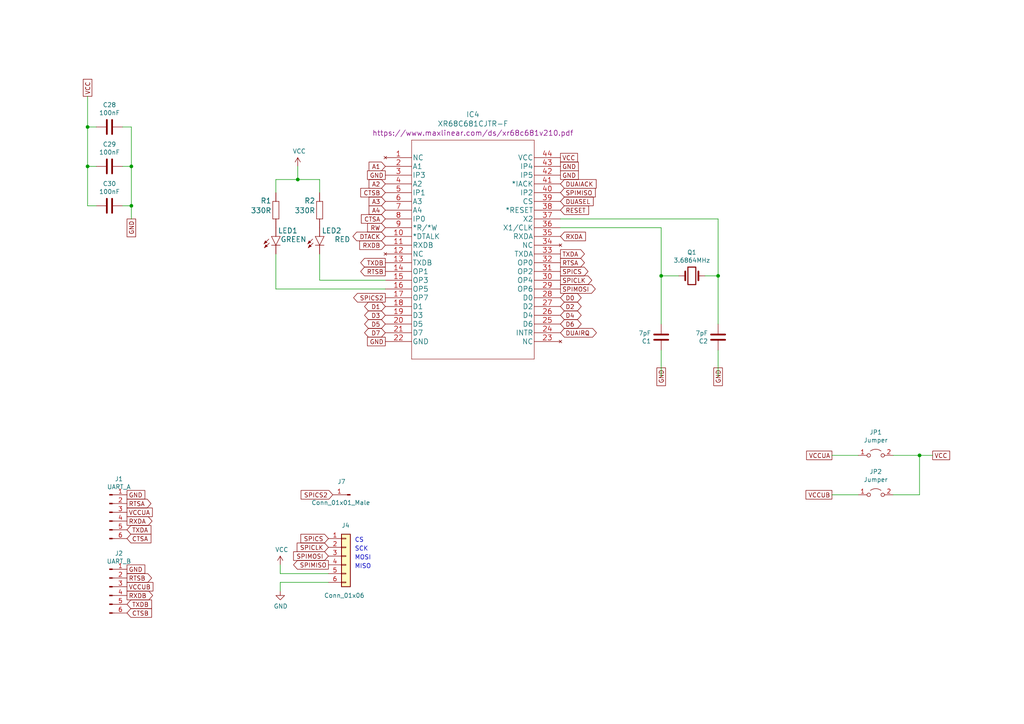
<source format=kicad_sch>
(kicad_sch (version 20230121) (generator eeschema)
  (paper "A4")
  (title_block (title "ROSCO_M68K CLASSIC MC68020 EDITION") (date "2024-03-17") (rev "1.0") (company "The Really Old-School Company Limited") (comment 1 "OSHWA UK000006 (https://certification.oshwa.org/uk000006.html)") (comment 2 "See https://github.com/roscopeco/rosco_m68k/blob/master/LICENCE.hardware.txt") (comment 3 "Open Source Hardware licenced under CERN Open Hardware Licence") (comment 4 "Copyright 2019-2023 Ross Bamford and Contributors"))
  (lib_symbols
    (symbol "Connector:Conn_01x01_Pin" (pin_names (offset 1.016) hide)
      (property "Reference" "J" (at 0 2.54 0))
      (property "Value" "Conn_01x01_Pin" (at 0 -2.54 0))
      (symbol "Conn_01x01_Pin_1_1"
        (polyline (pts (xy 1.27 0) (xy 0.8636 0)) (stroke (width 0.1524)))
        (rectangle (start 0.8636 0.127) (end 0 -0.127) (stroke (width 0.1524)) (fill (type outline)))
        (pin passive line (at 5.08 0 180) (length 3.81) (name "Pin_1") (number "1"))
      )
    )
    (symbol "Connector:Conn_01x06_Pin" (pin_names (offset 1.016) hide)
      (property "Reference" "J" (at 0 7.62 0))
      (property "Value" "Conn_01x06_Pin" (at 0 -10.16 0))
      (symbol "Conn_01x06_Pin_1_1"
        (polyline (pts (xy 1.27 -7.62) (xy 0.8636 -7.62)) (stroke (width 0.1524)))
        (polyline (pts (xy 1.27 -5.08) (xy 0.8636 -5.08)) (stroke (width 0.1524)))
        (polyline (pts (xy 1.27 -2.54) (xy 0.8636 -2.54)) (stroke (width 0.1524)))
        (polyline (pts (xy 1.27 0) (xy 0.8636 0)) (stroke (width 0.1524)))
        (polyline (pts (xy 1.27 2.54) (xy 0.8636 2.54)) (stroke (width 0.1524)))
        (polyline (pts (xy 1.27 5.08) (xy 0.8636 5.08)) (stroke (width 0.1524)))
        (rectangle (start 0.8636 -7.493) (end 0 -7.747) (stroke (width 0.1524)) (fill (type outline)))
        (rectangle (start 0.8636 -4.953) (end 0 -5.207) (stroke (width 0.1524)) (fill (type outline)))
        (rectangle (start 0.8636 -2.413) (end 0 -2.667) (stroke (width 0.1524)) (fill (type outline)))
        (rectangle (start 0.8636 0.127) (end 0 -0.127) (stroke (width 0.1524)) (fill (type outline)))
        (rectangle (start 0.8636 2.667) (end 0 2.413) (stroke (width 0.1524)) (fill (type outline)))
        (rectangle (start 0.8636 5.207) (end 0 4.953) (stroke (width 0.1524)) (fill (type outline)))
        (pin passive line (at 5.08 5.08 180) (length 3.81) (name "Pin_1") (number "1"))
        (pin passive line (at 5.08 2.54 180) (length 3.81) (name "Pin_2") (number "2"))
        (pin passive line (at 5.08 0 180) (length 3.81) (name "Pin_3") (number "3"))
        (pin passive line (at 5.08 -2.54 180) (length 3.81) (name "Pin_4") (number "4"))
        (pin passive line (at 5.08 -5.08 180) (length 3.81) (name "Pin_5") (number "5"))
        (pin passive line (at 5.08 -7.62 180) (length 3.81) (name "Pin_6") (number "6"))
      )
    )
    (symbol "Connector_Generic:Conn_01x06" (pin_names (offset 1.016) hide)
      (property "Reference" "J" (at 0 7.62 0))
      (property "Value" "Conn_01x06" (at 0 -10.16 0))
      (symbol "Conn_01x06_1_1"
        (rectangle (start -1.27 -7.493) (end 0 -7.747) (stroke (width 0.1524)))
        (rectangle (start -1.27 -4.953) (end 0 -5.207) (stroke (width 0.1524)))
        (rectangle (start -1.27 -2.413) (end 0 -2.667) (stroke (width 0.1524)))
        (rectangle (start -1.27 0.127) (end 0 -0.127) (stroke (width 0.1524)))
        (rectangle (start -1.27 2.667) (end 0 2.413) (stroke (width 0.1524)))
        (rectangle (start -1.27 5.207) (end 0 4.953) (stroke (width 0.1524)))
        (rectangle (start -1.27 6.35) (end 1.27 -8.89) (stroke (width 0.254)) (fill (type background)))
        (pin passive line (at -5.08 5.08 0) (length 3.81) (name "Pin_1") (number "1"))
        (pin passive line (at -5.08 2.54 0) (length 3.81) (name "Pin_2") (number "2"))
        (pin passive line (at -5.08 0 0) (length 3.81) (name "Pin_3") (number "3"))
        (pin passive line (at -5.08 -2.54 0) (length 3.81) (name "Pin_4") (number "4"))
        (pin passive line (at -5.08 -5.08 0) (length 3.81) (name "Pin_5") (number "5"))
        (pin passive line (at -5.08 -7.62 0) (length 3.81) (name "Pin_6") (number "6"))
      )
    )
    (symbol "Device:C" (pin_numbers hide) (pin_names (offset 0.254))
      (property "Reference" "C" (at 0.635 2.54 0))
      (property "Value" "C" (at 0.635 -2.54 0))
      (symbol "C_0_1"
        (polyline (pts (xy -2.032 -0.762) (xy 2.032 -0.762)) (stroke (width 0.508)))
        (polyline (pts (xy -2.032 0.762) (xy 2.032 0.762)) (stroke (width 0.508)))
      )
      (symbol "C_1_1"
        (pin passive line (at 0 3.81 270) (length 2.794) (name "~") (number "1"))
        (pin passive line (at 0 -3.81 90) (length 2.794) (name "~") (number "2"))
      )
    )
    (symbol "Device:Crystal" (pin_numbers hide) (pin_names (offset 1.016) hide)
      (property "Reference" "Y" (at 0 3.81 0))
      (property "Value" "Crystal" (at 0 -3.81 0))
      (symbol "Crystal_0_1"
        (rectangle (start -1.143 2.54) (end 1.143 -2.54) (stroke (width 0.3048)))
        (polyline (pts (xy -2.54 0) (xy -1.905 0)))
        (polyline (pts (xy -1.905 -1.27) (xy -1.905 1.27)) (stroke (width 0.508)))
        (polyline (pts (xy 1.905 -1.27) (xy 1.905 1.27)) (stroke (width 0.508)))
        (polyline (pts (xy 2.54 0) (xy 1.905 0)))
      )
      (symbol "Crystal_1_1"
        (pin passive line (at -3.81 0 0) (length 1.27) (name "1") (number "1"))
        (pin passive line (at 3.81 0 180) (length 1.27) (name "2") (number "2"))
      )
    )
    (symbol "Jumper:Jumper_2_Open" (pin_names (offset 0) hide)
      (property "Reference" "JP" (at 0 2.794 0))
      (property "Value" "Jumper_2_Open" (at 0 -2.286 0))
      (symbol "Jumper_2_Open_0_0"
        (circle (center -2.032 0) (radius 0.508))
        (circle (center 2.032 0) (radius 0.508))
      )
      (symbol "Jumper_2_Open_0_1"
        (arc (start 1.524 1.27) (mid 0 1.778) (end -1.524 1.27))
      )
      (symbol "Jumper_2_Open_1_1"
        (pin passive line (at -5.08 0 0) (length 2.54) (name "A") (number "1"))
        (pin passive line (at 5.08 0 180) (length 2.54) (name "B") (number "2"))
      )
    )
    (symbol "power:GND" (power) (pin_names (offset 0))
      (property "Value" "GND" (at 0 -3.81 0))
      (symbol "GND_0_1"
        (polyline (pts (xy 0 0) (xy 0 -1.27) (xy 1.27 -1.27) (xy 0 -2.54) (xy -1.27 -1.27) (xy 0 -1.27)))
      )
      (symbol "GND_1_1"
        (pin power_in line (at 0 0 270) (length 0) hide (name "GND") (number "1"))
      )
    )
    (symbol "power:VCC" (power) (pin_names (offset 0))
      (property "Value" "VCC" (at 0 3.81 0))
      (symbol "VCC_0_1"
        (polyline (pts (xy -0.762 1.27) (xy 0 2.54)))
        (polyline (pts (xy 0 0) (xy 0 2.54)))
        (polyline (pts (xy 0 2.54) (xy 0.762 1.27)))
      )
      (symbol "VCC_1_1"
        (pin power_in line (at 0 0 90) (length 0) hide (name "VCC") (number "1"))
      )
    )
    (symbol "rosco_m68k-eagle-import:LED5MM" (pin_names (offset 1.016))
      (property "Reference" "LED" (at 3.556 -4.572 90))
      (property "Value" "LED5MM" (at 5.715 -4.572 90))
      (symbol "LED5MM_1_0"
        (polyline (pts (xy -2.032 -0.762) (xy -3.429 -2.159)))
        (polyline (pts (xy -1.905 -1.905) (xy -3.302 -3.302)))
        (polyline (pts (xy 0 -2.54) (xy -1.27 -2.54)))
        (polyline (pts (xy 0 -2.54) (xy -1.27 0)))
        (polyline (pts (xy 0 0) (xy -1.27 0)))
        (polyline (pts (xy 1.27 -2.54) (xy 0 -2.54)))
        (polyline (pts (xy 1.27 0) (xy 0 -2.54)))
        (polyline (pts (xy 1.27 0) (xy 0 0)))
        (polyline (pts (xy -3.429 -2.159) (xy -3.048 -1.27) (xy -2.54 -1.778)) (fill (type outline)))
        (polyline (pts (xy -3.302 -3.302) (xy -2.921 -2.413) (xy -2.413 -2.921)) (fill (type outline)))
        (pin passive line (at 0 2.54 270) (length 2.54) (name "A") (number "A"))
        (pin passive line (at 0 -5.08 90) (length 2.54) (name "C") (number "K"))
      )
    )
    (symbol "rosco_m68k-eagle-import:R-EU_0207_10" (pin_names (offset 1.016))
      (property "Reference" "R" (at -3.81 1.4986 0))
      (property "Value" "R-EU_0207_10" (at -3.81 -3.302 0))
      (symbol "R-EU_0207_10_1_0"
        (polyline (pts (xy -2.54 -0.889) (xy -2.54 0.889)))
        (polyline (pts (xy -2.54 -0.889) (xy 2.54 -0.889)))
        (polyline (pts (xy 2.54 -0.889) (xy 2.54 0.889)))
        (polyline (pts (xy 2.54 0.889) (xy -2.54 0.889)))
        (pin passive line (at -5.08 0 0) (length 2.54) (name "1") (number "1"))
        (pin passive line (at 5.08 0 180) (length 2.54) (name "2") (number "2"))
      )
    )
    (symbol "rosco_m68k-rescue:XR68C681CJTR-F-XR68C681" (pin_names (offset 0.254))
      (property "Reference" "U" (at 25.4 10.16 0))
      (property "Value" "XR68C681CJTR-F-XR68C681" (at 25.4 7.62 0))
      (symbol "XR68C681CJTR-F-XR68C681_1_1"
        (polyline (pts (xy 7.62 -58.42) (xy 43.18 -58.42)) (stroke (width 0.127)))
        (polyline (pts (xy 7.62 5.08) (xy 7.62 -58.42)) (stroke (width 0.127)))
        (polyline (pts (xy 43.18 -58.42) (xy 43.18 5.08)) (stroke (width 0.127)))
        (polyline (pts (xy 43.18 5.08) (xy 7.62 5.08)) (stroke (width 0.127)))
        (pin no_connect line (at 0 0 0) (length 7.62) (name "NC") (number "1"))
        (pin output line (at 0 -22.86 0) (length 7.62) (name "*DTALK") (number "10"))
        (pin input line (at 0 -25.4 0) (length 7.62) (name "RXDB") (number "11"))
        (pin no_connect line (at 0 -27.94 0) (length 7.62) (name "NC") (number "12"))
        (pin output line (at 0 -30.48 0) (length 7.62) (name "TXDB") (number "13"))
        (pin output line (at 0 -33.02 0) (length 7.62) (name "OP1") (number "14"))
        (pin output line (at 0 -35.56 0) (length 7.62) (name "OP3") (number "15"))
        (pin output line (at 0 -38.1 0) (length 7.62) (name "OP5") (number "16"))
        (pin output line (at 0 -40.64 0) (length 7.62) (name "OP7") (number "17"))
        (pin bidirectional line (at 0 -43.18 0) (length 7.62) (name "D1") (number "18"))
        (pin bidirectional line (at 0 -45.72 0) (length 7.62) (name "D3") (number "19"))
        (pin input line (at 0 -2.54 0) (length 7.62) (name "A1") (number "2"))
        (pin bidirectional line (at 0 -48.26 0) (length 7.62) (name "D5") (number "20"))
        (pin bidirectional line (at 0 -50.8 0) (length 7.62) (name "D7") (number "21"))
        (pin power_in line (at 0 -53.34 0) (length 7.62) (name "GND") (number "22"))
        (pin no_connect line (at 50.8 -53.34 180) (length 7.62) (name "NC") (number "23"))
        (pin output line (at 50.8 -50.8 180) (length 7.62) (name "INTR") (number "24"))
        (pin bidirectional line (at 50.8 -48.26 180) (length 7.62) (name "D6") (number "25"))
        (pin bidirectional line (at 50.8 -45.72 180) (length 7.62) (name "D4") (number "26"))
        (pin bidirectional line (at 50.8 -43.18 180) (length 7.62) (name "D2") (number "27"))
        (pin bidirectional line (at 50.8 -40.64 180) (length 7.62) (name "D0") (number "28"))
        (pin output line (at 50.8 -38.1 180) (length 7.62) (name "OP6") (number "29"))
        (pin input line (at 0 -5.08 0) (length 7.62) (name "IP3") (number "3"))
        (pin output line (at 50.8 -35.56 180) (length 7.62) (name "OP4") (number "30"))
        (pin output line (at 50.8 -33.02 180) (length 7.62) (name "OP2") (number "31"))
        (pin output line (at 50.8 -30.48 180) (length 7.62) (name "OP0") (number "32"))
        (pin output line (at 50.8 -27.94 180) (length 7.62) (name "TXDA") (number "33"))
        (pin no_connect line (at 50.8 -25.4 180) (length 7.62) (name "NC") (number "34"))
        (pin input line (at 50.8 -22.86 180) (length 7.62) (name "RXDA") (number "35"))
        (pin bidirectional line (at 50.8 -20.32 180) (length 7.62) (name "X1/CLK") (number "36"))
        (pin input line (at 50.8 -17.78 180) (length 7.62) (name "X2") (number "37"))
        (pin input line (at 50.8 -15.24 180) (length 7.62) (name "*RESET") (number "38"))
        (pin input line (at 50.8 -12.7 180) (length 7.62) (name "CS") (number "39"))
        (pin input line (at 0 -7.62 0) (length 7.62) (name "A2") (number "4"))
        (pin input line (at 50.8 -10.16 180) (length 7.62) (name "IP2") (number "40"))
        (pin input line (at 50.8 -7.62 180) (length 7.62) (name "*IACK") (number "41"))
        (pin input line (at 50.8 -5.08 180) (length 7.62) (name "IP5") (number "42"))
        (pin input line (at 50.8 -2.54 180) (length 7.62) (name "IP4") (number "43"))
        (pin power_in line (at 50.8 0 180) (length 7.62) (name "VCC") (number "44"))
        (pin input line (at 0 -10.16 0) (length 7.62) (name "IP1") (number "5"))
        (pin input line (at 0 -12.7 0) (length 7.62) (name "A3") (number "6"))
        (pin input line (at 0 -15.24 0) (length 7.62) (name "A4") (number "7"))
        (pin input line (at 0 -17.78 0) (length 7.62) (name "IP0") (number "8"))
        (pin input line (at 0 -20.32 0) (length 7.62) (name "*R/*W") (number "9"))
      )
    )
  )
  (junction (at 38.1 48.26))
  (junction (at 25.4 36.83))
  (junction (at 208.28 80.01))
  (junction (at 86.36 52.07))
  (junction (at 38.1 59.69))
  (junction (at 25.4 48.26))
  (junction (at 266.7 132.08))
  (junction (at 191.77 80.01))
  (wire (pts (xy 92.71 52.07) (xy 86.36 52.07)))
  (wire (pts (xy 196.85 80.01) (xy 191.77 80.01)))
  (wire (pts (xy 92.71 55.88) (xy 92.71 52.07)))
  (wire (pts (xy 266.7 132.08) (xy 270.51 132.08)))
  (wire (pts (xy 38.1 48.26) (xy 38.1 59.69)))
  (wire (pts (xy 25.4 27.94) (xy 25.4 36.83)))
  (wire (pts (xy 208.28 63.5) (xy 208.28 80.01)))
  (wire (pts (xy 92.71 73.66) (xy 92.71 81.28)))
  (wire (pts (xy 191.77 101.6) (xy 191.77 109.22)))
  (wire (pts (xy 35.56 36.83) (xy 38.1 36.83)))
  (wire (pts (xy 38.1 36.83) (xy 38.1 48.26)))
  (wire (pts (xy 208.28 63.5) (xy 162.56 63.5)))
  (wire (pts (xy 27.94 48.26) (xy 25.4 48.26)))
  (wire (pts (xy 35.56 48.26) (xy 38.1 48.26)))
  (wire (pts (xy 241.3 143.51) (xy 248.92 143.51)))
  (wire (pts (xy 25.4 36.83) (xy 25.4 48.26)))
  (wire (pts (xy 86.36 52.07) (xy 86.36 48.26)))
  (wire (pts (xy 259.08 132.08) (xy 266.7 132.08)))
  (wire (pts (xy 259.08 143.51) (xy 266.7 143.51)))
  (wire (pts (xy 95.25 166.37) (xy 81.28 166.37)))
  (wire (pts (xy 204.47 80.01) (xy 208.28 80.01)))
  (wire (pts (xy 81.28 168.91) (xy 81.28 171.45)))
  (wire (pts (xy 191.77 80.01) (xy 191.77 93.98)))
  (wire (pts (xy 35.56 59.69) (xy 38.1 59.69)))
  (wire (pts (xy 25.4 48.26) (xy 25.4 59.69)))
  (wire (pts (xy 80.01 52.07) (xy 86.36 52.07)))
  (wire (pts (xy 111.76 81.28) (xy 92.71 81.28)))
  (wire (pts (xy 95.25 168.91) (xy 81.28 168.91)))
  (wire (pts (xy 208.28 101.6) (xy 208.28 109.22)))
  (wire (pts (xy 266.7 143.51) (xy 266.7 132.08)))
  (wire (pts (xy 27.94 36.83) (xy 25.4 36.83)))
  (wire (pts (xy 208.28 93.98) (xy 208.28 80.01)))
  (wire (pts (xy 27.94 59.69) (xy 25.4 59.69)))
  (wire (pts (xy 162.56 66.04) (xy 191.77 66.04)))
  (wire (pts (xy 80.01 55.88) (xy 80.01 52.07)))
  (wire (pts (xy 241.3 132.08) (xy 248.92 132.08)))
  (wire (pts (xy 81.28 166.37) (xy 81.28 163.83)))
  (wire (pts (xy 80.01 73.66) (xy 80.01 83.82)))
  (wire (pts (xy 191.77 66.04) (xy 191.77 80.01)))
  (wire (pts (xy 38.1 59.69) (xy 38.1 63.5)))
  (wire (pts (xy 111.76 83.82) (xy 80.01 83.82)))
  (text "MISO" (at 102.87 165.1 0) (effects (font (size 1.27 1.27)) (justify left bottom)))
  (text "SCK" (at 102.87 160.02 0) (effects (font (size 1.27 1.27)) (justify left bottom)))
  (text "CS" (at 102.87 157.48 0) (effects (font (size 1.27 1.27)) (justify left bottom)))
  (text "MOSI" (at 102.87 162.56 0) (effects (font (size 1.27 1.27)) (justify left bottom)))
  (global_label "RXDB" (shape input) (at 111.76 71.12 180) (property "Intersheetrefs" "${INTERSHEET_REFS}" (effects hide)))
  (global_label "GND" (shape passive) (at 38.1 63.5 270) (property "Intersheetrefs" "${INTERSHEET_REFS}" (effects hide)))
  (global_label "VCCUA" (shape passive) (at 36.83 148.59 0) (property "Intersheetrefs" "${INTERSHEET_REFS}" (effects hide)))
  (global_label "RXDA" (shape input) (at 162.56 68.58 0) (property "Intersheetrefs" "${INTERSHEET_REFS}" (effects hide)))
  (global_label "D2" (shape bidirectional) (at 162.56 88.9 0) (property "Intersheetrefs" "${INTERSHEET_REFS}" (effects hide)))
  (global_label "SPICLK" (shape input) (at 95.25 158.75 180) (property "Intersheetrefs" "${INTERSHEET_REFS}" (effects hide)))
  (global_label "GND" (shape passive) (at 36.83 165.1 0) (property "Intersheetrefs" "${INTERSHEET_REFS}" (effects hide)))
  (global_label "A2" (shape input) (at 111.76 53.34 180) (property "Intersheetrefs" "${INTERSHEET_REFS}" (effects hide)))
  (global_label "RXDB" (shape output) (at 36.83 172.72 0) (property "Intersheetrefs" "${INTERSHEET_REFS}" (effects hide)))
  (global_label "CTSB" (shape input) (at 111.76 55.88 180) (property "Intersheetrefs" "${INTERSHEET_REFS}" (effects hide)))
  (global_label "CTSB" (shape input) (at 36.83 177.8 0) (property "Intersheetrefs" "${INTERSHEET_REFS}" (effects hide)))
  (global_label "TXDA" (shape output) (at 162.56 73.66 0) (property "Intersheetrefs" "${INTERSHEET_REFS}" (effects hide)))
  (global_label "VCCUB" (shape passive) (at 36.83 170.18 0) (property "Intersheetrefs" "${INTERSHEET_REFS}" (effects hide)))
  (global_label "DUAIRQ" (shape tri_state) (at 162.56 96.52 0) (property "Intersheetrefs" "${INTERSHEET_REFS}" (effects hide)))
  (global_label "GND" (shape passive) (at 111.76 50.8 180) (property "Intersheetrefs" "${INTERSHEET_REFS}" (effects hide)))
  (global_label "RXDA" (shape output) (at 36.83 151.13 0) (property "Intersheetrefs" "${INTERSHEET_REFS}" (effects hide)))
  (global_label "VCC" (shape passive) (at 25.4 27.94 90) (property "Intersheetrefs" "${INTERSHEET_REFS}" (effects hide)))
  (global_label "D0" (shape bidirectional) (at 162.56 86.36 0) (property "Intersheetrefs" "${INTERSHEET_REFS}" (effects hide)))
  (global_label "TXDB" (shape output) (at 111.76 76.2 180) (property "Intersheetrefs" "${INTERSHEET_REFS}" (effects hide)))
  (global_label "VCC" (shape passive) (at 162.56 45.72 0) (property "Intersheetrefs" "${INTERSHEET_REFS}" (effects hide)))
  (global_label "DUASEL" (shape input) (at 162.56 58.42 0) (property "Intersheetrefs" "${INTERSHEET_REFS}" (effects hide)))
  (global_label "CTSA" (shape input) (at 111.76 63.5 180) (property "Intersheetrefs" "${INTERSHEET_REFS}" (effects hide)))
  (global_label "RESET" (shape input) (at 162.56 60.96 0) (property "Intersheetrefs" "${INTERSHEET_REFS}" (effects hide)))
  (global_label "TXDB" (shape input) (at 36.83 175.26 0) (property "Intersheetrefs" "${INTERSHEET_REFS}" (effects hide)))
  (global_label "SPIMISO" (shape output) (at 95.25 163.83 180) (property "Intersheetrefs" "${INTERSHEET_REFS}" (effects hide)))
  (global_label "RTSA" (shape output) (at 36.83 146.05 0) (property "Intersheetrefs" "${INTERSHEET_REFS}" (effects hide)))
  (global_label "VCC" (shape passive) (at 270.51 132.08 0) (property "Intersheetrefs" "${INTERSHEET_REFS}" (effects hide)))
  (global_label "D3" (shape bidirectional) (at 111.76 91.44 180) (property "Intersheetrefs" "${INTERSHEET_REFS}" (effects hide)))
  (global_label "SPICS2" (shape input) (at 96.52 143.51 180) (property "Intersheetrefs" "${INTERSHEET_REFS}" (effects hide)))
  (global_label "SPIMOSI" (shape input) (at 95.25 161.29 180) (property "Intersheetrefs" "${INTERSHEET_REFS}" (effects hide)))
  (global_label "D6" (shape bidirectional) (at 162.56 93.98 0) (property "Intersheetrefs" "${INTERSHEET_REFS}" (effects hide)))
  (global_label "VCCUA" (shape passive) (at 241.3 132.08 180) (property "Intersheetrefs" "${INTERSHEET_REFS}" (effects hide)))
  (global_label "CTSA" (shape input) (at 36.83 156.21 0) (property "Intersheetrefs" "${INTERSHEET_REFS}" (effects hide)))
  (global_label "RW" (shape input) (at 111.76 66.04 180) (property "Intersheetrefs" "${INTERSHEET_REFS}" (effects hide)))
  (global_label "GND" (shape passive) (at 162.56 48.26 0) (property "Intersheetrefs" "${INTERSHEET_REFS}" (effects hide)))
  (global_label "D4" (shape bidirectional) (at 162.56 91.44 0) (property "Intersheetrefs" "${INTERSHEET_REFS}" (effects hide)))
  (global_label "SPICS" (shape output) (at 162.56 78.74 0) (property "Intersheetrefs" "${INTERSHEET_REFS}" (effects hide)))
  (global_label "SPICLK" (shape output) (at 162.56 81.28 0) (property "Intersheetrefs" "${INTERSHEET_REFS}" (effects hide)))
  (global_label "D1" (shape bidirectional) (at 111.76 88.9 180) (property "Intersheetrefs" "${INTERSHEET_REFS}" (effects hide)))
  (global_label "GND" (shape passive) (at 191.77 106.68 270) (property "Intersheetrefs" "${INTERSHEET_REFS}" (effects hide)))
  (global_label "SPIMISO" (shape input) (at 162.56 55.88 0) (property "Intersheetrefs" "${INTERSHEET_REFS}" (effects hide)))
  (global_label "D7" (shape bidirectional) (at 111.76 96.52 180) (property "Intersheetrefs" "${INTERSHEET_REFS}" (effects hide)))
  (global_label "GND" (shape passive) (at 36.83 143.51 0) (property "Intersheetrefs" "${INTERSHEET_REFS}" (effects hide)))
  (global_label "DTACK" (shape tri_state) (at 111.76 68.58 180) (property "Intersheetrefs" "${INTERSHEET_REFS}" (effects hide)))
  (global_label "D5" (shape bidirectional) (at 111.76 93.98 180) (property "Intersheetrefs" "${INTERSHEET_REFS}" (effects hide)))
  (global_label "GND" (shape passive) (at 162.56 50.8 0) (property "Intersheetrefs" "${INTERSHEET_REFS}" (effects hide)))
  (global_label "RTSA" (shape output) (at 162.56 76.2 0) (property "Intersheetrefs" "${INTERSHEET_REFS}" (effects hide)))
  (global_label "A4" (shape input) (at 111.76 60.96 180) (property "Intersheetrefs" "${INTERSHEET_REFS}" (effects hide)))
  (global_label "A1" (shape input) (at 111.76 48.26 180) (property "Intersheetrefs" "${INTERSHEET_REFS}" (effects hide)))
  (global_label "A3" (shape input) (at 111.76 58.42 180) (property "Intersheetrefs" "${INTERSHEET_REFS}" (effects hide)))
  (global_label "GND" (shape passive) (at 111.76 99.06 180) (property "Intersheetrefs" "${INTERSHEET_REFS}" (effects hide)))
  (global_label "SPIMOSI" (shape output) (at 162.56 83.82 0) (property "Intersheetrefs" "${INTERSHEET_REFS}" (effects hide)))
  (global_label "DUAIACK" (shape input) (at 162.56 53.34 0) (property "Intersheetrefs" "${INTERSHEET_REFS}" (effects hide)))
  (global_label "GND" (shape passive) (at 208.28 106.68 270) (property "Intersheetrefs" "${INTERSHEET_REFS}" (effects hide)))
  (global_label "RTSB" (shape output) (at 36.83 167.64 0) (property "Intersheetrefs" "${INTERSHEET_REFS}" (effects hide)))
  (global_label "TXDA" (shape input) (at 36.83 153.67 0) (property "Intersheetrefs" "${INTERSHEET_REFS}" (effects hide)))
  (global_label "SPICS" (shape input) (at 95.25 156.21 180) (property "Intersheetrefs" "${INTERSHEET_REFS}" (effects hide)))
  (global_label "VCCUB" (shape passive) (at 241.3 143.51 180) (property "Intersheetrefs" "${INTERSHEET_REFS}" (effects hide)))
  (global_label "RTSB" (shape output) (at 111.76 78.74 180) (property "Intersheetrefs" "${INTERSHEET_REFS}" (effects hide)))
  (global_label "SPICS2" (shape output) (at 111.76 86.36 180) (property "Intersheetrefs" "${INTERSHEET_REFS}" (effects hide)))
  (symbol (lib_id "Device:Crystal") (at 200.66 80.01 0) (unit 1)
    (property "Reference" "Q1" (at 200.66 73.2028 0))
    (property "Value" "3.6864MHz" (at 200.66 75.5142 0))
    (property "Footprint" "Crystal:Crystal_HC49-4H_Vertical" (effects hide))
  )
  (symbol (lib_id "Device:C") (at 191.77 97.79 180) (unit 1)
    (property "Reference" "C1" (at 188.849 98.9584 0) (effects (justify left)))
    (property "Value" "7pF" (at 188.849 96.647 0) (effects (justify left)))
    (property "Footprint" "rosco_m68k:C2.5_or_3.5-3" (effects hide))
  )
  (symbol (lib_id "Device:C") (at 208.28 97.79 180) (unit 1)
    (property "Reference" "C2" (at 205.359 98.9584 0) (effects (justify left)))
    (property "Value" "7pF" (at 205.359 96.647 0) (effects (justify left)))
    (property "Footprint" "rosco_m68k:C2.5_or_3.5-3" (effects hide))
  )
  (symbol (lib_id "Connector:Conn_01x06_Pin") (at 31.75 148.59 0) (unit 1)
    (property "Reference" "J1" (at 34.4932 138.9126 0))
    (property "Value" "UART_A" (at 34.4932 141.224 0))
    (property "Footprint" "rosco_m68k:1X06" (effects hide))
  )
  (symbol (lib_id "Connector:Conn_01x06_Pin") (at 31.75 170.18 0) (unit 1)
    (property "Reference" "J2" (at 34.4932 160.5026 0))
    (property "Value" "UART_B" (at 34.4932 162.814 0))
    (property "Footprint" "rosco_m68k:1X06" (effects hide))
  )
  (symbol (lib_id "Device:C") (at 31.75 59.69 270) (unit 1)
    (property "Reference" "C30" (at 31.75 53.2892 90))
    (property "Value" "100nF" (at 31.75 55.6006 90))
    (property "Footprint" "rosco_m68k:C2.5-3" (effects hide))
  )
  (symbol (lib_id "Device:C") (at 31.75 36.83 270) (unit 1)
    (property "Reference" "C28" (at 31.75 30.4292 90))
    (property "Value" "100nF" (at 31.75 32.7406 90))
    (property "Footprint" "rosco_m68k:C2.5-3" (effects hide))
  )
  (symbol (lib_id "Device:C") (at 31.75 48.26 270) (unit 1)
    (property "Reference" "C29" (at 31.75 41.8592 90))
    (property "Value" "100nF" (at 31.75 44.1706 90))
    (property "Footprint" "rosco_m68k:C2.5-3" (effects hide))
  )
  (symbol (lib_id "rosco_m68k-rescue:XR68C681CJTR-F-XR68C681") (at 111.76 45.72 0) (unit 1)
    (property "Reference" "IC4" (at 137.16 33.1978 0) (effects (font (size 1.524 1.524))))
    (property "Value" "XR68C681CJTR-F" (at 137.16 35.8902 0) (effects (font (size 1.524 1.524))))
    (property "Footprint" "Package_LCC:PLCC-44_THT-Socket" (effects hide))
    (property "Datasheet" "https://www.maxlinear.com/ds/xr68c681v210.pdf" (at 137.16 38.5826 0) (effects (font (size 1.524 1.524))))
  )
  (symbol (lib_id "rosco_m68k-eagle-import:R-EU_0207_10") (at 80.01 60.96 90) (unit 1)
    (property "Reference" "R1" (at 78.74 57.3786 90) (effects (font (size 1.4986 1.4986)) (justify left bottom)))
    (property "Value" "330R" (at 78.74 60.198 90) (effects (font (size 1.4986 1.4986)) (justify left bottom)))
    (property "Footprint" "rosco_m68k:0207_10" (effects hide))
  )
  (symbol (lib_id "rosco_m68k-eagle-import:LED5MM") (at 80.01 68.58 0) (unit 1)
    (property "Reference" "LED1" (at 86.36 66.04 0) (effects (font (size 1.4986 1.4986)) (justify right top)))
    (property "Value" "GREEN" (at 88.9 68.58 0) (effects (font (size 1.4986 1.4986)) (justify right top)))
    (property "Footprint" "rosco_m68k:LED5MM" (effects hide))
  )
  (symbol (lib_id "rosco_m68k-eagle-import:R-EU_0207_10") (at 92.71 60.96 90) (unit 1)
    (property "Reference" "R2" (at 91.44 57.3786 90) (effects (font (size 1.4986 1.4986)) (justify left bottom)))
    (property "Value" "330R" (at 91.44 60.198 90) (effects (font (size 1.4986 1.4986)) (justify left bottom)))
    (property "Footprint" "rosco_m68k:0207_10" (effects hide))
  )
  (symbol (lib_id "rosco_m68k-eagle-import:LED5MM") (at 92.71 68.58 0) (unit 1)
    (property "Reference" "LED2" (at 99.06 66.04 0) (effects (font (size 1.4986 1.4986)) (justify right top)))
    (property "Value" "RED" (at 101.6 68.58 0) (effects (font (size 1.4986 1.4986)) (justify right top)))
    (property "Footprint" "rosco_m68k:LED5MM" (effects hide))
  )
  (symbol (lib_id "power:VCC") (at 86.36 48.26 0) (unit 1)
    (property "Reference" "#PWR04" (effects hide))
    (property "Value" "VCC" (at 86.7918 43.8658 0))
  )
  (symbol (lib_id "Connector_Generic:Conn_01x06") (at 100.33 161.29 0) (unit 1)
    (property "Reference" "J4" (at 99.06 152.4 0) (effects (justify left)))
    (property "Value" "Conn_01x06" (at 93.98 172.72 0) (effects (justify left)))
    (property "Footprint" "rosco_m68k:1X06" (effects hide))
  )
  (symbol (lib_id "power:VCC") (at 81.28 163.83 0) (unit 1)
    (property "Reference" "#PWR0101" (effects hide))
    (property "Value" "VCC" (at 81.7118 159.4358 0))
  )
  (symbol (lib_id "power:GND") (at 81.28 171.45 0) (unit 1)
    (property "Reference" "#PWR0102" (effects hide))
    (property "Value" "GND" (at 81.407 175.8442 0))
  )
  (symbol (lib_id "Connector:Conn_01x01_Pin") (at 101.6 143.51 180) (unit 1)
    (property "Reference" "J7" (at 99.06 139.7 0))
    (property "Value" "Conn_01x01_Male" (at 98.8568 145.796 0))
    (property "Footprint" "Connector_PinHeader_2.54mm:PinHeader_1x01_P2.54mm_Vertical" (effects hide))
  )
  (symbol (lib_id "Jumper:Jumper_2_Open") (at 254 143.51 0) (unit 1)
    (property "Reference" "JP2" (at 254 136.8044 0))
    (property "Value" "Jumper" (at 254 139.1158 0))
    (property "Footprint" "rosco_m68k:1X02" (effects hide))
  )
  (symbol (lib_id "Jumper:Jumper_2_Open") (at 254 132.08 0) (unit 1)
    (property "Reference" "JP1" (at 254 125.3744 0))
    (property "Value" "Jumper" (at 254 127.6858 0))
    (property "Footprint" "rosco_m68k:1X02" (effects hide))
  )
)
</source>
